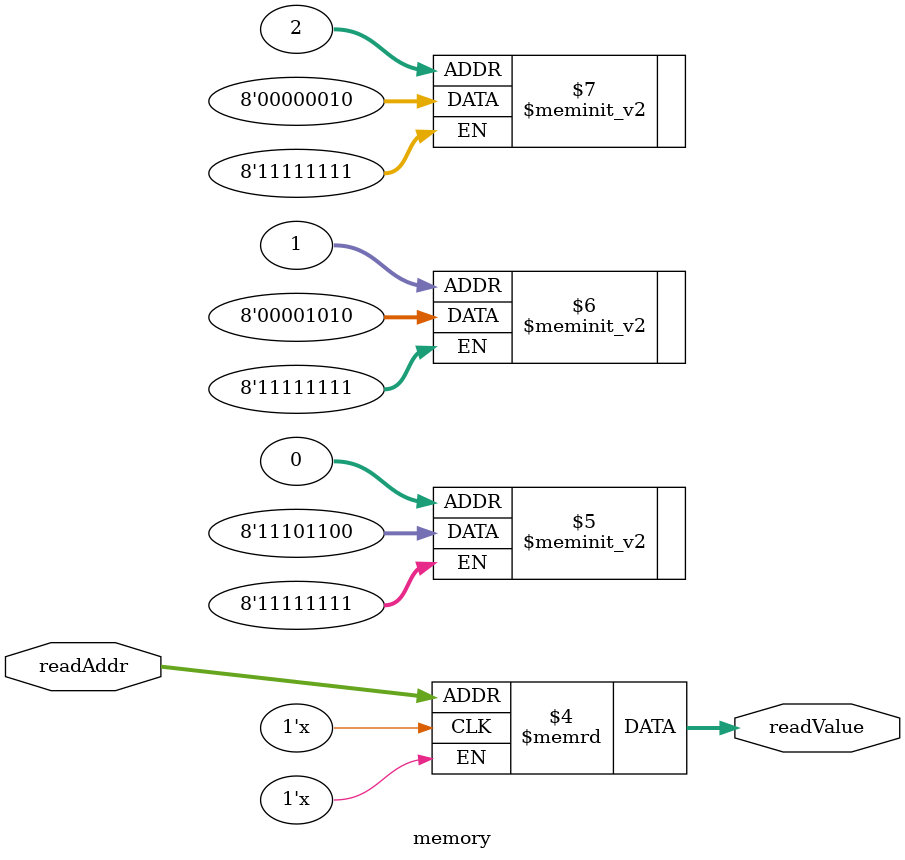
<source format=v>
`include "A8Q2_state_defs.h"
module memory(  readAddr,  readValue);

   
   input [7:0] readAddr;
   
   output [7:0] readValue;
   	
   wire  signed  [7:0] readValue;
	
   reg signed [7:0] memoryfile [2:0];
	
   initial begin
      memoryfile[0] = -20; //A
      memoryfile[1] = 10; //B
      memoryfile[2] = 2; //C
   end
   assign readValue=memoryfile[readAddr];

endmodule

</source>
